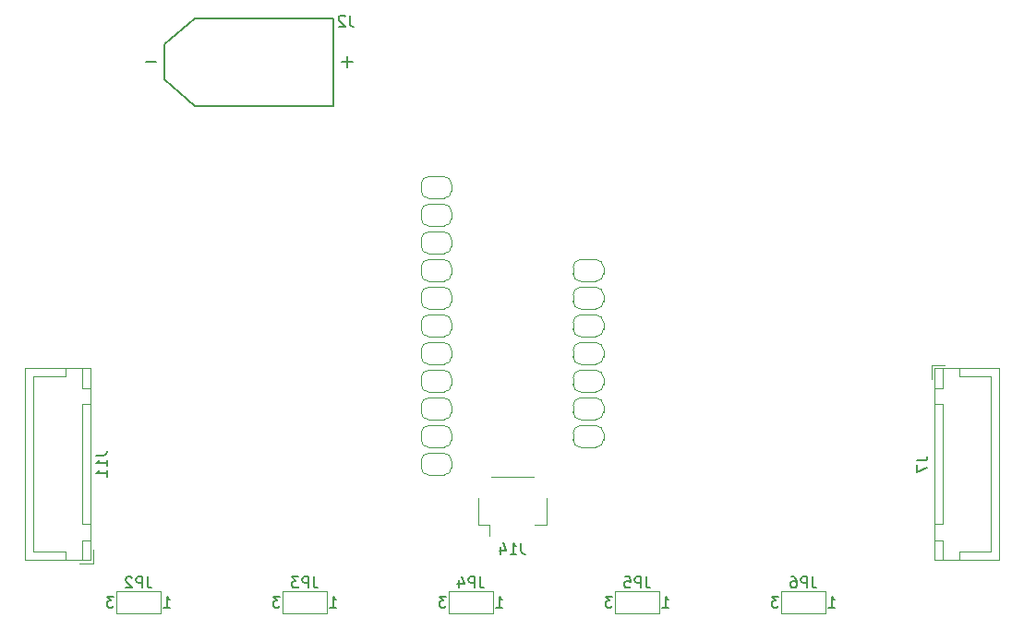
<source format=gbr>
%TF.GenerationSoftware,KiCad,Pcbnew,(6.0.6)*%
%TF.CreationDate,2024-02-28T23:36:51-08:00*%
%TF.ProjectId,Interface-PCBA,496e7465-7266-4616-9365-2d504342412e,rev?*%
%TF.SameCoordinates,PX43d3480PY49e1930*%
%TF.FileFunction,Legend,Bot*%
%TF.FilePolarity,Positive*%
%FSLAX46Y46*%
G04 Gerber Fmt 4.6, Leading zero omitted, Abs format (unit mm)*
G04 Created by KiCad (PCBNEW (6.0.6)) date 2024-02-28 23:36:51*
%MOMM*%
%LPD*%
G01*
G04 APERTURE LIST*
%ADD10C,0.150000*%
%ADD11C,0.127000*%
%ADD12C,0.120000*%
G04 APERTURE END LIST*
D10*
%TO.C,J2*%
X29543333Y3087620D02*
X29543333Y2373334D01*
X29590952Y2230477D01*
X29686190Y2135239D01*
X29829047Y2087620D01*
X29924285Y2087620D01*
X29114761Y2992381D02*
X29067142Y3040000D01*
X28971904Y3087620D01*
X28733809Y3087620D01*
X28638571Y3040000D01*
X28590952Y2992381D01*
X28543333Y2897143D01*
X28543333Y2801905D01*
X28590952Y2659048D01*
X29162380Y2087620D01*
X28543333Y2087620D01*
%TO.C,J7*%
X81517380Y-37766666D02*
X82231666Y-37766666D01*
X82374523Y-37719047D01*
X82469761Y-37623809D01*
X82517380Y-37480952D01*
X82517380Y-37385714D01*
X81517380Y-38147619D02*
X81517380Y-38814285D01*
X82517380Y-38385714D01*
%TO.C,J11*%
X6287380Y-37290476D02*
X7001666Y-37290476D01*
X7144523Y-37242857D01*
X7239761Y-37147619D01*
X7287380Y-37004761D01*
X7287380Y-36909523D01*
X7287380Y-38290476D02*
X7287380Y-37719047D01*
X7287380Y-38004761D02*
X6287380Y-38004761D01*
X6430238Y-37909523D01*
X6525476Y-37814285D01*
X6573095Y-37719047D01*
X7287380Y-39242857D02*
X7287380Y-38671428D01*
X7287380Y-38957142D02*
X6287380Y-38957142D01*
X6430238Y-38861904D01*
X6525476Y-38766666D01*
X6573095Y-38671428D01*
%TO.C,JP6*%
X71953333Y-48452380D02*
X71953333Y-49166666D01*
X72000952Y-49309523D01*
X72096190Y-49404761D01*
X72239047Y-49452380D01*
X72334285Y-49452380D01*
X71477142Y-49452380D02*
X71477142Y-48452380D01*
X71096190Y-48452380D01*
X71000952Y-48500000D01*
X70953333Y-48547619D01*
X70905714Y-48642857D01*
X70905714Y-48785714D01*
X70953333Y-48880952D01*
X71000952Y-48928571D01*
X71096190Y-48976190D01*
X71477142Y-48976190D01*
X70048571Y-48452380D02*
X70239047Y-48452380D01*
X70334285Y-48500000D01*
X70381904Y-48547619D01*
X70477142Y-48690476D01*
X70524761Y-48880952D01*
X70524761Y-49261904D01*
X70477142Y-49357142D01*
X70429523Y-49404761D01*
X70334285Y-49452380D01*
X70143809Y-49452380D01*
X70048571Y-49404761D01*
X70000952Y-49357142D01*
X69953333Y-49261904D01*
X69953333Y-49023809D01*
X70000952Y-48928571D01*
X70048571Y-48880952D01*
X70143809Y-48833333D01*
X70334285Y-48833333D01*
X70429523Y-48880952D01*
X70477142Y-48928571D01*
X70524761Y-49023809D01*
X68853333Y-50252380D02*
X68234285Y-50252380D01*
X68567619Y-50633333D01*
X68424761Y-50633333D01*
X68329523Y-50680952D01*
X68281904Y-50728571D01*
X68234285Y-50823809D01*
X68234285Y-51061904D01*
X68281904Y-51157142D01*
X68329523Y-51204761D01*
X68424761Y-51252380D01*
X68710476Y-51252380D01*
X68805714Y-51204761D01*
X68853333Y-51157142D01*
X73434285Y-51252380D02*
X74005714Y-51252380D01*
X73720000Y-51252380D02*
X73720000Y-50252380D01*
X73815238Y-50395238D01*
X73910476Y-50490476D01*
X74005714Y-50538095D01*
%TO.C,JP4*%
X41473333Y-48452380D02*
X41473333Y-49166666D01*
X41520952Y-49309523D01*
X41616190Y-49404761D01*
X41759047Y-49452380D01*
X41854285Y-49452380D01*
X40997142Y-49452380D02*
X40997142Y-48452380D01*
X40616190Y-48452380D01*
X40520952Y-48500000D01*
X40473333Y-48547619D01*
X40425714Y-48642857D01*
X40425714Y-48785714D01*
X40473333Y-48880952D01*
X40520952Y-48928571D01*
X40616190Y-48976190D01*
X40997142Y-48976190D01*
X39568571Y-48785714D02*
X39568571Y-49452380D01*
X39806666Y-48404761D02*
X40044761Y-49119047D01*
X39425714Y-49119047D01*
X42954285Y-51252380D02*
X43525714Y-51252380D01*
X43240000Y-51252380D02*
X43240000Y-50252380D01*
X43335238Y-50395238D01*
X43430476Y-50490476D01*
X43525714Y-50538095D01*
X38373333Y-50252380D02*
X37754285Y-50252380D01*
X38087619Y-50633333D01*
X37944761Y-50633333D01*
X37849523Y-50680952D01*
X37801904Y-50728571D01*
X37754285Y-50823809D01*
X37754285Y-51061904D01*
X37801904Y-51157142D01*
X37849523Y-51204761D01*
X37944761Y-51252380D01*
X38230476Y-51252380D01*
X38325714Y-51204761D01*
X38373333Y-51157142D01*
%TO.C,JP2*%
X10993333Y-48452380D02*
X10993333Y-49166666D01*
X11040952Y-49309523D01*
X11136190Y-49404761D01*
X11279047Y-49452380D01*
X11374285Y-49452380D01*
X10517142Y-49452380D02*
X10517142Y-48452380D01*
X10136190Y-48452380D01*
X10040952Y-48500000D01*
X9993333Y-48547619D01*
X9945714Y-48642857D01*
X9945714Y-48785714D01*
X9993333Y-48880952D01*
X10040952Y-48928571D01*
X10136190Y-48976190D01*
X10517142Y-48976190D01*
X9564761Y-48547619D02*
X9517142Y-48500000D01*
X9421904Y-48452380D01*
X9183809Y-48452380D01*
X9088571Y-48500000D01*
X9040952Y-48547619D01*
X8993333Y-48642857D01*
X8993333Y-48738095D01*
X9040952Y-48880952D01*
X9612380Y-49452380D01*
X8993333Y-49452380D01*
X7893333Y-50252380D02*
X7274285Y-50252380D01*
X7607619Y-50633333D01*
X7464761Y-50633333D01*
X7369523Y-50680952D01*
X7321904Y-50728571D01*
X7274285Y-50823809D01*
X7274285Y-51061904D01*
X7321904Y-51157142D01*
X7369523Y-51204761D01*
X7464761Y-51252380D01*
X7750476Y-51252380D01*
X7845714Y-51204761D01*
X7893333Y-51157142D01*
X12474285Y-51252380D02*
X13045714Y-51252380D01*
X12760000Y-51252380D02*
X12760000Y-50252380D01*
X12855238Y-50395238D01*
X12950476Y-50490476D01*
X13045714Y-50538095D01*
%TO.C,JP3*%
X26233333Y-48452380D02*
X26233333Y-49166666D01*
X26280952Y-49309523D01*
X26376190Y-49404761D01*
X26519047Y-49452380D01*
X26614285Y-49452380D01*
X25757142Y-49452380D02*
X25757142Y-48452380D01*
X25376190Y-48452380D01*
X25280952Y-48500000D01*
X25233333Y-48547619D01*
X25185714Y-48642857D01*
X25185714Y-48785714D01*
X25233333Y-48880952D01*
X25280952Y-48928571D01*
X25376190Y-48976190D01*
X25757142Y-48976190D01*
X24852380Y-48452380D02*
X24233333Y-48452380D01*
X24566666Y-48833333D01*
X24423809Y-48833333D01*
X24328571Y-48880952D01*
X24280952Y-48928571D01*
X24233333Y-49023809D01*
X24233333Y-49261904D01*
X24280952Y-49357142D01*
X24328571Y-49404761D01*
X24423809Y-49452380D01*
X24709523Y-49452380D01*
X24804761Y-49404761D01*
X24852380Y-49357142D01*
X27714285Y-51252380D02*
X28285714Y-51252380D01*
X28000000Y-51252380D02*
X28000000Y-50252380D01*
X28095238Y-50395238D01*
X28190476Y-50490476D01*
X28285714Y-50538095D01*
X23133333Y-50252380D02*
X22514285Y-50252380D01*
X22847619Y-50633333D01*
X22704761Y-50633333D01*
X22609523Y-50680952D01*
X22561904Y-50728571D01*
X22514285Y-50823809D01*
X22514285Y-51061904D01*
X22561904Y-51157142D01*
X22609523Y-51204761D01*
X22704761Y-51252380D01*
X22990476Y-51252380D01*
X23085714Y-51204761D01*
X23133333Y-51157142D01*
%TO.C,JP5*%
X56713333Y-48452380D02*
X56713333Y-49166666D01*
X56760952Y-49309523D01*
X56856190Y-49404761D01*
X56999047Y-49452380D01*
X57094285Y-49452380D01*
X56237142Y-49452380D02*
X56237142Y-48452380D01*
X55856190Y-48452380D01*
X55760952Y-48500000D01*
X55713333Y-48547619D01*
X55665714Y-48642857D01*
X55665714Y-48785714D01*
X55713333Y-48880952D01*
X55760952Y-48928571D01*
X55856190Y-48976190D01*
X56237142Y-48976190D01*
X54760952Y-48452380D02*
X55237142Y-48452380D01*
X55284761Y-48928571D01*
X55237142Y-48880952D01*
X55141904Y-48833333D01*
X54903809Y-48833333D01*
X54808571Y-48880952D01*
X54760952Y-48928571D01*
X54713333Y-49023809D01*
X54713333Y-49261904D01*
X54760952Y-49357142D01*
X54808571Y-49404761D01*
X54903809Y-49452380D01*
X55141904Y-49452380D01*
X55237142Y-49404761D01*
X55284761Y-49357142D01*
X58194285Y-51252380D02*
X58765714Y-51252380D01*
X58480000Y-51252380D02*
X58480000Y-50252380D01*
X58575238Y-50395238D01*
X58670476Y-50490476D01*
X58765714Y-50538095D01*
X53613333Y-50252380D02*
X52994285Y-50252380D01*
X53327619Y-50633333D01*
X53184761Y-50633333D01*
X53089523Y-50680952D01*
X53041904Y-50728571D01*
X52994285Y-50823809D01*
X52994285Y-51061904D01*
X53041904Y-51157142D01*
X53089523Y-51204761D01*
X53184761Y-51252380D01*
X53470476Y-51252380D01*
X53565714Y-51204761D01*
X53613333Y-51157142D01*
%TO.C,J14*%
X45259523Y-45342380D02*
X45259523Y-46056666D01*
X45307142Y-46199523D01*
X45402380Y-46294761D01*
X45545238Y-46342380D01*
X45640476Y-46342380D01*
X44259523Y-46342380D02*
X44830952Y-46342380D01*
X44545238Y-46342380D02*
X44545238Y-45342380D01*
X44640476Y-45485238D01*
X44735714Y-45580476D01*
X44830952Y-45628095D01*
X43402380Y-45675714D02*
X43402380Y-46342380D01*
X43640476Y-45294761D02*
X43878571Y-46009047D01*
X43259523Y-46009047D01*
D11*
%TO.C,J2*%
X15370000Y-5246000D02*
X28070000Y-5246000D01*
X29820000Y-1196000D02*
X28820000Y-1196000D01*
X28070000Y2854000D02*
X15370000Y2854000D01*
X11820000Y-1196000D02*
X10820000Y-1196000D01*
X29320000Y-696000D02*
X29320000Y-1696000D01*
X15370000Y2854000D02*
X12570000Y404000D01*
X28070000Y-5246000D02*
X28070000Y2854000D01*
X12570000Y404000D02*
X12570000Y-2796000D01*
X12570000Y-2796000D02*
X15370000Y-5246000D01*
D12*
%TO.C,JP11*%
X52120000Y-24400000D02*
X50720000Y-24400000D01*
X52820000Y-25700000D02*
X52820000Y-25100000D01*
X50720000Y-26400000D02*
X52120000Y-26400000D01*
X50020000Y-25100000D02*
X50020000Y-25700000D01*
X52120000Y-26400000D02*
G75*
G03*
X52820000Y-25700000I0J700000D01*
G01*
X50720000Y-24400000D02*
G75*
G03*
X50020000Y-25100000I-1J-699999D01*
G01*
X50020000Y-25700000D02*
G75*
G03*
X50720000Y-26400000I699999J-1D01*
G01*
X52820000Y-25100000D02*
G75*
G03*
X52120000Y-24400000I-700000J0D01*
G01*
%TO.C,JP12*%
X50020000Y-22560000D02*
X50020000Y-23160000D01*
X50720000Y-23860000D02*
X52120000Y-23860000D01*
X52120000Y-21860000D02*
X50720000Y-21860000D01*
X52820000Y-23160000D02*
X52820000Y-22560000D01*
X50720000Y-21860000D02*
G75*
G03*
X50020000Y-22560000I-1J-699999D01*
G01*
X52820000Y-22560000D02*
G75*
G03*
X52120000Y-21860000I-700000J0D01*
G01*
X52120000Y-23860000D02*
G75*
G03*
X52820000Y-23160000I0J700000D01*
G01*
X50020000Y-23160000D02*
G75*
G03*
X50720000Y-23860000I699999J-1D01*
G01*
%TO.C,J7*%
X83165000Y-45100000D02*
X83915000Y-45100000D01*
X83915000Y-46900000D02*
X83165000Y-46900000D01*
X83915000Y-43600000D02*
X83165000Y-43600000D01*
X85415000Y-46900000D02*
X85415000Y-46150000D01*
X89125000Y-46910000D02*
X83155000Y-46910000D01*
X83165000Y-29300000D02*
X83915000Y-29300000D01*
X88365000Y-30050000D02*
X88365000Y-38100000D01*
X83155000Y-29290000D02*
X89125000Y-29290000D01*
X83165000Y-43600000D02*
X83165000Y-32600000D01*
X85415000Y-29300000D02*
X85415000Y-30050000D01*
X83915000Y-31100000D02*
X83165000Y-31100000D01*
X85415000Y-46150000D02*
X88365000Y-46150000D01*
X85415000Y-30050000D02*
X88365000Y-30050000D01*
X83915000Y-29300000D02*
X83915000Y-31100000D01*
X83155000Y-46910000D02*
X83155000Y-29290000D01*
X89125000Y-29290000D02*
X89125000Y-46910000D01*
X83165000Y-46900000D02*
X83165000Y-45100000D01*
X83165000Y-31100000D02*
X83165000Y-29300000D01*
X82865000Y-30250000D02*
X82865000Y-29000000D01*
X83165000Y-32600000D02*
X83915000Y-32600000D01*
X83915000Y-32600000D02*
X83915000Y-43600000D01*
X82865000Y-29000000D02*
X84115000Y-29000000D01*
X83915000Y-45100000D02*
X83915000Y-46900000D01*
X88365000Y-46150000D02*
X88365000Y-38100000D01*
%TO.C,JP13*%
X52120000Y-19320000D02*
X50720000Y-19320000D01*
X50720000Y-21320000D02*
X52120000Y-21320000D01*
X52820000Y-20620000D02*
X52820000Y-20020000D01*
X50020000Y-20020000D02*
X50020000Y-20620000D01*
X50020000Y-20620000D02*
G75*
G03*
X50720000Y-21320000I699999J-1D01*
G01*
X52820000Y-20020000D02*
G75*
G03*
X52120000Y-19320000I-700000J0D01*
G01*
X52120000Y-21320000D02*
G75*
G03*
X52820000Y-20620000I0J700000D01*
G01*
X50720000Y-19320000D02*
G75*
G03*
X50020000Y-20020000I-1J-699999D01*
G01*
%TO.C,JP19*%
X36780000Y-13700000D02*
X38180000Y-13700000D01*
X36080000Y-12400000D02*
X36080000Y-13000000D01*
X38180000Y-11700000D02*
X36780000Y-11700000D01*
X38880000Y-13000000D02*
X38880000Y-12400000D01*
X38180000Y-13700000D02*
G75*
G03*
X38880000Y-13000000I0J700000D01*
G01*
X36080000Y-13000000D02*
G75*
G03*
X36780000Y-13700000I699999J-1D01*
G01*
X36780000Y-11700000D02*
G75*
G03*
X36080000Y-12400000I-1J-699999D01*
G01*
X38880000Y-12400000D02*
G75*
G03*
X38180000Y-11700000I-700000J0D01*
G01*
%TO.C,JP24*%
X36780000Y-26400000D02*
X38180000Y-26400000D01*
X38880000Y-25700000D02*
X38880000Y-25100000D01*
X36080000Y-25100000D02*
X36080000Y-25700000D01*
X38180000Y-24400000D02*
X36780000Y-24400000D01*
X38180000Y-26400000D02*
G75*
G03*
X38880000Y-25700000I0J700000D01*
G01*
X36780000Y-24400000D02*
G75*
G03*
X36080000Y-25100000I-1J-699999D01*
G01*
X38880000Y-25100000D02*
G75*
G03*
X38180000Y-24400000I-700000J0D01*
G01*
X36080000Y-25700000D02*
G75*
G03*
X36780000Y-26400000I699999J-1D01*
G01*
%TO.C,JP8*%
X50020000Y-32720000D02*
X50020000Y-33320000D01*
X50720000Y-34020000D02*
X52120000Y-34020000D01*
X52120000Y-32020000D02*
X50720000Y-32020000D01*
X52820000Y-33320000D02*
X52820000Y-32720000D01*
X50720000Y-32020000D02*
G75*
G03*
X50020000Y-32720000I-1J-699999D01*
G01*
X50020000Y-33320000D02*
G75*
G03*
X50720000Y-34020000I699999J-1D01*
G01*
X52820000Y-32720000D02*
G75*
G03*
X52120000Y-32020000I-700000J0D01*
G01*
X52120000Y-34020000D02*
G75*
G03*
X52820000Y-33320000I0J700000D01*
G01*
%TO.C,J11*%
X4985000Y-45100000D02*
X5735000Y-45100000D01*
X-225000Y-46910000D02*
X-225000Y-29290000D01*
X3485000Y-30050000D02*
X535000Y-30050000D01*
X4985000Y-29300000D02*
X5735000Y-29300000D01*
X4985000Y-43600000D02*
X4985000Y-32600000D01*
X4985000Y-31100000D02*
X4985000Y-29300000D01*
X5745000Y-29290000D02*
X5745000Y-46910000D01*
X3485000Y-29300000D02*
X3485000Y-30050000D01*
X-225000Y-29290000D02*
X5745000Y-29290000D01*
X5735000Y-29300000D02*
X5735000Y-31100000D01*
X5735000Y-45100000D02*
X5735000Y-46900000D01*
X4985000Y-46900000D02*
X4985000Y-45100000D01*
X535000Y-46150000D02*
X535000Y-38100000D01*
X5735000Y-31100000D02*
X4985000Y-31100000D01*
X3485000Y-46900000D02*
X3485000Y-46150000D01*
X5745000Y-46910000D02*
X-225000Y-46910000D01*
X5735000Y-43600000D02*
X4985000Y-43600000D01*
X5735000Y-46900000D02*
X4985000Y-46900000D01*
X4985000Y-32600000D02*
X5735000Y-32600000D01*
X6035000Y-47200000D02*
X4785000Y-47200000D01*
X535000Y-30050000D02*
X535000Y-38100000D01*
X6035000Y-45950000D02*
X6035000Y-47200000D01*
X5735000Y-32600000D02*
X5735000Y-43600000D01*
X3485000Y-46150000D02*
X535000Y-46150000D01*
%TO.C,JP14*%
X38880000Y-28240000D02*
X38880000Y-27640000D01*
X38180000Y-26940000D02*
X36780000Y-26940000D01*
X36780000Y-28940000D02*
X38180000Y-28940000D01*
X36080000Y-27640000D02*
X36080000Y-28240000D01*
X38180000Y-28940000D02*
G75*
G03*
X38880000Y-28240000I1J699999D01*
G01*
X36080000Y-28240000D02*
G75*
G03*
X36780000Y-28940000I700000J0D01*
G01*
X36780000Y-26940000D02*
G75*
G03*
X36080000Y-27640000I0J-700000D01*
G01*
X38880000Y-27640000D02*
G75*
G03*
X38180000Y-26940000I-699999J1D01*
G01*
%TO.C,JP18*%
X36080000Y-37800000D02*
X36080000Y-38400000D01*
X38180000Y-37100000D02*
X36780000Y-37100000D01*
X38880000Y-38400000D02*
X38880000Y-37800000D01*
X36780000Y-39100000D02*
X38180000Y-39100000D01*
X36080000Y-38400000D02*
G75*
G03*
X36780000Y-39100000I700000J0D01*
G01*
X38180000Y-39100000D02*
G75*
G03*
X38880000Y-38400000I1J699999D01*
G01*
X36780000Y-37100000D02*
G75*
G03*
X36080000Y-37800000I0J-700000D01*
G01*
X38880000Y-37800000D02*
G75*
G03*
X38180000Y-37100000I-699999J1D01*
G01*
%TO.C,JP10*%
X50020000Y-27640000D02*
X50020000Y-28240000D01*
X50720000Y-28940000D02*
X52120000Y-28940000D01*
X52120000Y-26940000D02*
X50720000Y-26940000D01*
X52820000Y-28240000D02*
X52820000Y-27640000D01*
X52820000Y-27640000D02*
G75*
G03*
X52120000Y-26940000I-700000J0D01*
G01*
X50020000Y-28240000D02*
G75*
G03*
X50720000Y-28940000I699999J-1D01*
G01*
X52120000Y-28940000D02*
G75*
G03*
X52820000Y-28240000I0J700000D01*
G01*
X50720000Y-26940000D02*
G75*
G03*
X50020000Y-27640000I-1J-699999D01*
G01*
%TO.C,JP16*%
X36780000Y-34020000D02*
X38180000Y-34020000D01*
X38180000Y-32020000D02*
X36780000Y-32020000D01*
X36080000Y-32720000D02*
X36080000Y-33320000D01*
X38880000Y-33320000D02*
X38880000Y-32720000D01*
X36780000Y-32020000D02*
G75*
G03*
X36080000Y-32720000I0J-700000D01*
G01*
X36080000Y-33320000D02*
G75*
G03*
X36780000Y-34020000I700000J0D01*
G01*
X38180000Y-34020000D02*
G75*
G03*
X38880000Y-33320000I1J699999D01*
G01*
X38880000Y-32720000D02*
G75*
G03*
X38180000Y-32020000I-699999J1D01*
G01*
%TO.C,JP17*%
X38880000Y-35860000D02*
X38880000Y-35260000D01*
X36080000Y-35260000D02*
X36080000Y-35860000D01*
X38180000Y-34560000D02*
X36780000Y-34560000D01*
X36780000Y-36560000D02*
X38180000Y-36560000D01*
X38880000Y-35260000D02*
G75*
G03*
X38180000Y-34560000I-699999J1D01*
G01*
X38180000Y-36560000D02*
G75*
G03*
X38880000Y-35860000I1J699999D01*
G01*
X36080000Y-35860000D02*
G75*
G03*
X36780000Y-36560000I700000J0D01*
G01*
X36780000Y-34560000D02*
G75*
G03*
X36080000Y-35260000I0J-700000D01*
G01*
%TO.C,JP7*%
X52120000Y-34560000D02*
X50720000Y-34560000D01*
X50020000Y-35260000D02*
X50020000Y-35860000D01*
X50720000Y-36560000D02*
X52120000Y-36560000D01*
X52820000Y-35860000D02*
X52820000Y-35260000D01*
X52120000Y-36560000D02*
G75*
G03*
X52820000Y-35860000I0J700000D01*
G01*
X50720000Y-34560000D02*
G75*
G03*
X50020000Y-35260000I-1J-699999D01*
G01*
X50020000Y-35860000D02*
G75*
G03*
X50720000Y-36560000I699999J-1D01*
G01*
X52820000Y-35260000D02*
G75*
G03*
X52120000Y-34560000I-700000J0D01*
G01*
%TO.C,JP21*%
X38880000Y-18080000D02*
X38880000Y-17480000D01*
X36780000Y-18780000D02*
X38180000Y-18780000D01*
X36080000Y-17480000D02*
X36080000Y-18080000D01*
X38180000Y-16780000D02*
X36780000Y-16780000D01*
X36080000Y-18080000D02*
G75*
G03*
X36780000Y-18780000I699999J-1D01*
G01*
X38180000Y-18780000D02*
G75*
G03*
X38880000Y-18080000I0J700000D01*
G01*
X36780000Y-16780000D02*
G75*
G03*
X36080000Y-17480000I-1J-699999D01*
G01*
X38880000Y-17480000D02*
G75*
G03*
X38180000Y-16780000I-700000J0D01*
G01*
%TO.C,JP6*%
X69070000Y-51800000D02*
X73170000Y-51800000D01*
X69070000Y-49800000D02*
X69070000Y-51800000D01*
X73170000Y-51800000D02*
X73170000Y-49800000D01*
X73170000Y-49800000D02*
X69070000Y-49800000D01*
%TO.C,JP4*%
X38590000Y-51800000D02*
X42690000Y-51800000D01*
X42690000Y-51800000D02*
X42690000Y-49800000D01*
X42690000Y-49800000D02*
X38590000Y-49800000D01*
X38590000Y-49800000D02*
X38590000Y-51800000D01*
%TO.C,JP9*%
X50720000Y-31480000D02*
X52120000Y-31480000D01*
X52120000Y-29480000D02*
X50720000Y-29480000D01*
X52820000Y-30780000D02*
X52820000Y-30180000D01*
X50020000Y-30180000D02*
X50020000Y-30780000D01*
X50020000Y-30780000D02*
G75*
G03*
X50720000Y-31480000I699999J-1D01*
G01*
X52820000Y-30180000D02*
G75*
G03*
X52120000Y-29480000I-700000J0D01*
G01*
X50720000Y-29480000D02*
G75*
G03*
X50020000Y-30180000I-1J-699999D01*
G01*
X52120000Y-31480000D02*
G75*
G03*
X52820000Y-30780000I0J700000D01*
G01*
%TO.C,JP2*%
X12210000Y-51800000D02*
X12210000Y-49800000D01*
X8110000Y-49800000D02*
X8110000Y-51800000D01*
X12210000Y-49800000D02*
X8110000Y-49800000D01*
X8110000Y-51800000D02*
X12210000Y-51800000D01*
%TO.C,JP3*%
X27450000Y-51800000D02*
X27450000Y-49800000D01*
X27450000Y-49800000D02*
X23350000Y-49800000D01*
X23350000Y-49800000D02*
X23350000Y-51800000D01*
X23350000Y-51800000D02*
X27450000Y-51800000D01*
%TO.C,JP5*%
X53830000Y-51800000D02*
X57930000Y-51800000D01*
X57930000Y-51800000D02*
X57930000Y-49800000D01*
X57930000Y-49800000D02*
X53830000Y-49800000D01*
X53830000Y-49800000D02*
X53830000Y-51800000D01*
%TO.C,JP22*%
X38880000Y-20620000D02*
X38880000Y-20020000D01*
X36780000Y-21320000D02*
X38180000Y-21320000D01*
X38180000Y-19320000D02*
X36780000Y-19320000D01*
X36080000Y-20020000D02*
X36080000Y-20620000D01*
X38880000Y-20020000D02*
G75*
G03*
X38180000Y-19320000I-700000J0D01*
G01*
X36780000Y-19320000D02*
G75*
G03*
X36080000Y-20020000I-1J-699999D01*
G01*
X38180000Y-21320000D02*
G75*
G03*
X38880000Y-20620000I0J700000D01*
G01*
X36080000Y-20620000D02*
G75*
G03*
X36780000Y-21320000I699999J-1D01*
G01*
%TO.C,J14*%
X41340000Y-43695000D02*
X42390000Y-43695000D01*
X47560000Y-41195000D02*
X47560000Y-43695000D01*
X42390000Y-43695000D02*
X42390000Y-44685000D01*
X47560000Y-43695000D02*
X46510000Y-43695000D01*
X41340000Y-41195000D02*
X41340000Y-43695000D01*
X42510000Y-39225000D02*
X46390000Y-39225000D01*
%TO.C,JP15*%
X38180000Y-29480000D02*
X36780000Y-29480000D01*
X38880000Y-30780000D02*
X38880000Y-30180000D01*
X36080000Y-30180000D02*
X36080000Y-30780000D01*
X36780000Y-31480000D02*
X38180000Y-31480000D01*
X36780000Y-29480000D02*
G75*
G03*
X36080000Y-30180000I0J-700000D01*
G01*
X38880000Y-30180000D02*
G75*
G03*
X38180000Y-29480000I-699999J1D01*
G01*
X36080000Y-30780000D02*
G75*
G03*
X36780000Y-31480000I700000J0D01*
G01*
X38180000Y-31480000D02*
G75*
G03*
X38880000Y-30780000I1J699999D01*
G01*
%TO.C,JP23*%
X36780000Y-23860000D02*
X38180000Y-23860000D01*
X38880000Y-23160000D02*
X38880000Y-22560000D01*
X36080000Y-22560000D02*
X36080000Y-23160000D01*
X38180000Y-21860000D02*
X36780000Y-21860000D01*
X38880000Y-22560000D02*
G75*
G03*
X38180000Y-21860000I-700000J0D01*
G01*
X36080000Y-23160000D02*
G75*
G03*
X36780000Y-23860000I699999J-1D01*
G01*
X36780000Y-21860000D02*
G75*
G03*
X36080000Y-22560000I-1J-699999D01*
G01*
X38180000Y-23860000D02*
G75*
G03*
X38880000Y-23160000I0J700000D01*
G01*
%TO.C,JP20*%
X36780000Y-16240000D02*
X38180000Y-16240000D01*
X38880000Y-15540000D02*
X38880000Y-14940000D01*
X38180000Y-14240000D02*
X36780000Y-14240000D01*
X36080000Y-14940000D02*
X36080000Y-15540000D01*
X38180000Y-16240000D02*
G75*
G03*
X38880000Y-15540000I0J700000D01*
G01*
X36080000Y-15540000D02*
G75*
G03*
X36780000Y-16240000I699999J-1D01*
G01*
X36780000Y-14240000D02*
G75*
G03*
X36080000Y-14940000I-1J-699999D01*
G01*
X38880000Y-14940000D02*
G75*
G03*
X38180000Y-14240000I-700000J0D01*
G01*
%TD*%
M02*

</source>
